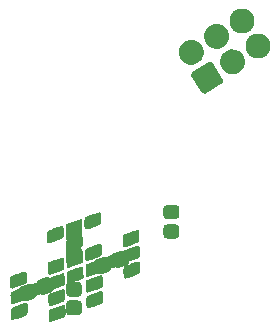
<source format=gbr>
%TF.GenerationSoftware,KiCad,Pcbnew,(5.1.10)-1*%
%TF.CreationDate,2021-10-13T15:42:42-04:00*%
%TF.ProjectId,TFTS-HTH-SAO-Scout-IS,54465453-2d48-4544-982d-53414f2d5363,rev?*%
%TF.SameCoordinates,Original*%
%TF.FileFunction,Soldermask,Bot*%
%TF.FilePolarity,Negative*%
%FSLAX46Y46*%
G04 Gerber Fmt 4.6, Leading zero omitted, Abs format (unit mm)*
G04 Created by KiCad (PCBNEW (5.1.10)-1) date 2021-10-13 15:42:42*
%MOMM*%
%LPD*%
G01*
G04 APERTURE LIST*
%ADD10C,0.010000*%
%ADD11C,2.127200*%
G04 APERTURE END LIST*
D10*
%TO.C,G\u002A\u002A\u002A*%
G36*
X146298727Y-102083514D02*
G01*
X146323882Y-102100283D01*
X146341061Y-102127255D01*
X146347082Y-102141719D01*
X146353809Y-102180098D01*
X146359603Y-102252634D01*
X146364069Y-102351158D01*
X146366811Y-102467498D01*
X146367500Y-102564128D01*
X146367500Y-102932832D01*
X146309292Y-102997708D01*
X146284731Y-103020279D01*
X146248706Y-103043865D01*
X146196474Y-103070520D01*
X146123292Y-103102298D01*
X146024417Y-103141251D01*
X145895107Y-103189433D01*
X145730617Y-103248898D01*
X145721917Y-103252013D01*
X145555767Y-103311310D01*
X145424728Y-103357431D01*
X145324132Y-103391684D01*
X145249310Y-103415373D01*
X145195593Y-103429806D01*
X145158314Y-103436289D01*
X145132803Y-103436128D01*
X145114392Y-103430628D01*
X145104116Y-103424870D01*
X145078989Y-103398682D01*
X145060195Y-103353135D01*
X145047024Y-103283333D01*
X145038767Y-103184379D01*
X145034715Y-103051380D01*
X145034000Y-102940680D01*
X145035262Y-102790745D01*
X145040163Y-102676968D01*
X145050371Y-102593218D01*
X145067556Y-102533365D01*
X145093390Y-102491280D01*
X145129541Y-102460831D01*
X145170653Y-102439050D01*
X145208270Y-102423877D01*
X145279466Y-102397020D01*
X145377873Y-102360807D01*
X145497126Y-102317570D01*
X145630857Y-102269637D01*
X145727340Y-102235363D01*
X145895209Y-102176587D01*
X146028001Y-102132108D01*
X146130231Y-102101244D01*
X146206418Y-102083311D01*
X146261077Y-102077629D01*
X146298727Y-102083514D01*
G37*
X146298727Y-102083514D02*
X146323882Y-102100283D01*
X146341061Y-102127255D01*
X146347082Y-102141719D01*
X146353809Y-102180098D01*
X146359603Y-102252634D01*
X146364069Y-102351158D01*
X146366811Y-102467498D01*
X146367500Y-102564128D01*
X146367500Y-102932832D01*
X146309292Y-102997708D01*
X146284731Y-103020279D01*
X146248706Y-103043865D01*
X146196474Y-103070520D01*
X146123292Y-103102298D01*
X146024417Y-103141251D01*
X145895107Y-103189433D01*
X145730617Y-103248898D01*
X145721917Y-103252013D01*
X145555767Y-103311310D01*
X145424728Y-103357431D01*
X145324132Y-103391684D01*
X145249310Y-103415373D01*
X145195593Y-103429806D01*
X145158314Y-103436289D01*
X145132803Y-103436128D01*
X145114392Y-103430628D01*
X145104116Y-103424870D01*
X145078989Y-103398682D01*
X145060195Y-103353135D01*
X145047024Y-103283333D01*
X145038767Y-103184379D01*
X145034715Y-103051380D01*
X145034000Y-102940680D01*
X145035262Y-102790745D01*
X145040163Y-102676968D01*
X145050371Y-102593218D01*
X145067556Y-102533365D01*
X145093390Y-102491280D01*
X145129541Y-102460831D01*
X145170653Y-102439050D01*
X145208270Y-102423877D01*
X145279466Y-102397020D01*
X145377873Y-102360807D01*
X145497126Y-102317570D01*
X145630857Y-102269637D01*
X145727340Y-102235363D01*
X145895209Y-102176587D01*
X146028001Y-102132108D01*
X146130231Y-102101244D01*
X146206418Y-102083311D01*
X146261077Y-102077629D01*
X146298727Y-102083514D01*
G36*
X144705071Y-102670586D02*
G01*
X144732905Y-102689453D01*
X144752855Y-102723904D01*
X144766013Y-102779035D01*
X144773470Y-102859940D01*
X144776318Y-102971716D01*
X144775651Y-103119458D01*
X144775092Y-103160613D01*
X144772912Y-103297226D01*
X144770398Y-103398010D01*
X144766681Y-103469466D01*
X144760888Y-103518096D01*
X144752149Y-103550400D01*
X144739591Y-103572880D01*
X144722344Y-103592037D01*
X144716500Y-103597744D01*
X144675571Y-103623906D01*
X144595061Y-103661793D01*
X144475945Y-103711002D01*
X144319201Y-103771129D01*
X144126310Y-103841590D01*
X143983691Y-103892505D01*
X143854123Y-103938369D01*
X143742943Y-103977324D01*
X143655488Y-104007514D01*
X143597096Y-104027080D01*
X143573103Y-104034165D01*
X143573030Y-104034167D01*
X143546707Y-104022085D01*
X143507053Y-103993747D01*
X143489257Y-103977831D01*
X143476145Y-103958865D01*
X143466861Y-103930462D01*
X143460548Y-103886235D01*
X143456350Y-103819796D01*
X143453409Y-103724757D01*
X143450870Y-103594731D01*
X143450472Y-103571914D01*
X143448927Y-103414324D01*
X143451182Y-103293277D01*
X143458328Y-103203069D01*
X143471456Y-103137997D01*
X143491657Y-103092356D01*
X143520023Y-103060444D01*
X143552364Y-103039317D01*
X143599811Y-103017853D01*
X143677529Y-102987180D01*
X143778928Y-102949526D01*
X143897423Y-102907115D01*
X144026426Y-102862174D01*
X144159350Y-102816929D01*
X144289607Y-102773606D01*
X144410609Y-102734432D01*
X144515770Y-102701633D01*
X144598503Y-102677435D01*
X144652219Y-102664063D01*
X144668259Y-102662207D01*
X144705071Y-102670586D01*
G37*
X144705071Y-102670586D02*
X144732905Y-102689453D01*
X144752855Y-102723904D01*
X144766013Y-102779035D01*
X144773470Y-102859940D01*
X144776318Y-102971716D01*
X144775651Y-103119458D01*
X144775092Y-103160613D01*
X144772912Y-103297226D01*
X144770398Y-103398010D01*
X144766681Y-103469466D01*
X144760888Y-103518096D01*
X144752149Y-103550400D01*
X144739591Y-103572880D01*
X144722344Y-103592037D01*
X144716500Y-103597744D01*
X144675571Y-103623906D01*
X144595061Y-103661793D01*
X144475945Y-103711002D01*
X144319201Y-103771129D01*
X144126310Y-103841590D01*
X143983691Y-103892505D01*
X143854123Y-103938369D01*
X143742943Y-103977324D01*
X143655488Y-104007514D01*
X143597096Y-104027080D01*
X143573103Y-104034165D01*
X143573030Y-104034167D01*
X143546707Y-104022085D01*
X143507053Y-103993747D01*
X143489257Y-103977831D01*
X143476145Y-103958865D01*
X143466861Y-103930462D01*
X143460548Y-103886235D01*
X143456350Y-103819796D01*
X143453409Y-103724757D01*
X143450870Y-103594731D01*
X143450472Y-103571914D01*
X143448927Y-103414324D01*
X143451182Y-103293277D01*
X143458328Y-103203069D01*
X143471456Y-103137997D01*
X143491657Y-103092356D01*
X143520023Y-103060444D01*
X143552364Y-103039317D01*
X143599811Y-103017853D01*
X143677529Y-102987180D01*
X143778928Y-102949526D01*
X143897423Y-102907115D01*
X144026426Y-102862174D01*
X144159350Y-102816929D01*
X144289607Y-102773606D01*
X144410609Y-102734432D01*
X144515770Y-102701633D01*
X144598503Y-102677435D01*
X144652219Y-102664063D01*
X144668259Y-102662207D01*
X144705071Y-102670586D01*
G36*
X143095593Y-103238110D02*
G01*
X143127854Y-103253167D01*
X143152383Y-103283328D01*
X143170129Y-103333513D01*
X143182039Y-103408641D01*
X143189061Y-103513634D01*
X143192141Y-103653412D01*
X143192500Y-103741303D01*
X143192500Y-104098289D01*
X143123709Y-104170231D01*
X143096964Y-104194643D01*
X143061871Y-104218595D01*
X143013329Y-104244309D01*
X142946236Y-104274005D01*
X142855488Y-104309905D01*
X142735986Y-104354231D01*
X142582625Y-104409204D01*
X142541088Y-104423920D01*
X142399436Y-104473357D01*
X142268828Y-104517680D01*
X142155208Y-104554970D01*
X142064522Y-104583312D01*
X142002714Y-104600787D01*
X141977471Y-104605667D01*
X141925662Y-104591466D01*
X141898634Y-104570727D01*
X141887405Y-104545652D01*
X141878666Y-104497651D01*
X141872034Y-104422089D01*
X141867130Y-104314330D01*
X141863569Y-104169740D01*
X141863027Y-104138560D01*
X141856470Y-103741333D01*
X141915943Y-103675756D01*
X141940752Y-103653081D01*
X141976870Y-103629406D01*
X142029022Y-103602679D01*
X142101935Y-103570851D01*
X142200335Y-103531869D01*
X142328948Y-103483684D01*
X142492499Y-103424243D01*
X142510333Y-103417826D01*
X142701711Y-103350137D01*
X142854799Y-103298503D01*
X142970380Y-103262683D01*
X143049237Y-103242437D01*
X143092151Y-103237524D01*
X143095593Y-103238110D01*
G37*
X143095593Y-103238110D02*
X143127854Y-103253167D01*
X143152383Y-103283328D01*
X143170129Y-103333513D01*
X143182039Y-103408641D01*
X143189061Y-103513634D01*
X143192141Y-103653412D01*
X143192500Y-103741303D01*
X143192500Y-104098289D01*
X143123709Y-104170231D01*
X143096964Y-104194643D01*
X143061871Y-104218595D01*
X143013329Y-104244309D01*
X142946236Y-104274005D01*
X142855488Y-104309905D01*
X142735986Y-104354231D01*
X142582625Y-104409204D01*
X142541088Y-104423920D01*
X142399436Y-104473357D01*
X142268828Y-104517680D01*
X142155208Y-104554970D01*
X142064522Y-104583312D01*
X142002714Y-104600787D01*
X141977471Y-104605667D01*
X141925662Y-104591466D01*
X141898634Y-104570727D01*
X141887405Y-104545652D01*
X141878666Y-104497651D01*
X141872034Y-104422089D01*
X141867130Y-104314330D01*
X141863569Y-104169740D01*
X141863027Y-104138560D01*
X141856470Y-103741333D01*
X141915943Y-103675756D01*
X141940752Y-103653081D01*
X141976870Y-103629406D01*
X142029022Y-103602679D01*
X142101935Y-103570851D01*
X142200335Y-103531869D01*
X142328948Y-103483684D01*
X142492499Y-103424243D01*
X142510333Y-103417826D01*
X142701711Y-103350137D01*
X142854799Y-103298503D01*
X142970380Y-103262683D01*
X143049237Y-103242437D01*
X143092151Y-103237524D01*
X143095593Y-103238110D01*
G36*
X149521616Y-103572185D02*
G01*
X149552316Y-103586570D01*
X149574627Y-103616650D01*
X149589845Y-103667421D01*
X149599267Y-103743879D01*
X149604191Y-103851020D01*
X149605913Y-103993838D01*
X149606000Y-104049126D01*
X149606000Y-104435666D01*
X149547792Y-104499055D01*
X149522382Y-104521501D01*
X149483998Y-104545597D01*
X149428028Y-104573320D01*
X149349864Y-104606647D01*
X149244895Y-104647555D01*
X149108511Y-104698020D01*
X148954692Y-104753388D01*
X148812220Y-104804012D01*
X148682672Y-104849594D01*
X148571433Y-104888275D01*
X148483885Y-104918197D01*
X148425414Y-104937503D01*
X148401412Y-104944334D01*
X148373169Y-104932179D01*
X148334195Y-104904795D01*
X148316743Y-104888889D01*
X148303833Y-104869328D01*
X148294583Y-104839717D01*
X148288114Y-104793666D01*
X148283544Y-104724781D01*
X148279992Y-104626670D01*
X148276579Y-104492941D01*
X148276398Y-104485312D01*
X148273926Y-104327116D01*
X148275644Y-104205456D01*
X148282626Y-104114645D01*
X148295946Y-104049001D01*
X148316677Y-104002840D01*
X148345894Y-103970476D01*
X148377539Y-103949926D01*
X148420421Y-103930758D01*
X148494455Y-103901641D01*
X148592983Y-103864875D01*
X148709349Y-103822761D01*
X148836895Y-103777600D01*
X148968964Y-103731693D01*
X149098899Y-103687339D01*
X149220043Y-103646840D01*
X149325739Y-103612497D01*
X149409330Y-103586609D01*
X149464158Y-103571478D01*
X149481231Y-103568500D01*
X149521616Y-103572185D01*
G37*
X149521616Y-103572185D02*
X149552316Y-103586570D01*
X149574627Y-103616650D01*
X149589845Y-103667421D01*
X149599267Y-103743879D01*
X149604191Y-103851020D01*
X149605913Y-103993838D01*
X149606000Y-104049126D01*
X149606000Y-104435666D01*
X149547792Y-104499055D01*
X149522382Y-104521501D01*
X149483998Y-104545597D01*
X149428028Y-104573320D01*
X149349864Y-104606647D01*
X149244895Y-104647555D01*
X149108511Y-104698020D01*
X148954692Y-104753388D01*
X148812220Y-104804012D01*
X148682672Y-104849594D01*
X148571433Y-104888275D01*
X148483885Y-104918197D01*
X148425414Y-104937503D01*
X148401412Y-104944334D01*
X148373169Y-104932179D01*
X148334195Y-104904795D01*
X148316743Y-104888889D01*
X148303833Y-104869328D01*
X148294583Y-104839717D01*
X148288114Y-104793666D01*
X148283544Y-104724781D01*
X148279992Y-104626670D01*
X148276579Y-104492941D01*
X148276398Y-104485312D01*
X148273926Y-104327116D01*
X148275644Y-104205456D01*
X148282626Y-104114645D01*
X148295946Y-104049001D01*
X148316677Y-104002840D01*
X148345894Y-103970476D01*
X148377539Y-103949926D01*
X148420421Y-103930758D01*
X148494455Y-103901641D01*
X148592983Y-103864875D01*
X148709349Y-103822761D01*
X148836895Y-103777600D01*
X148968964Y-103731693D01*
X149098899Y-103687339D01*
X149220043Y-103646840D01*
X149325739Y-103612497D01*
X149409330Y-103586609D01*
X149464158Y-103571478D01*
X149481231Y-103568500D01*
X149521616Y-103572185D01*
G36*
X144729484Y-103988791D02*
G01*
X144755041Y-104000838D01*
X144772951Y-104021694D01*
X144778234Y-104030867D01*
X144784734Y-104062805D01*
X144791085Y-104129699D01*
X144796836Y-104224171D01*
X144801537Y-104338846D01*
X144804670Y-104462719D01*
X144811750Y-104858405D01*
X144748250Y-104921304D01*
X144717677Y-104945493D01*
X144670079Y-104972685D01*
X144601015Y-105004774D01*
X144506045Y-105043654D01*
X144380729Y-105091216D01*
X144220625Y-105149354D01*
X144175799Y-105165352D01*
X143998008Y-105227855D01*
X143855553Y-105275848D01*
X143744334Y-105310224D01*
X143660256Y-105331875D01*
X143599220Y-105341691D01*
X143557129Y-105340565D01*
X143529885Y-105329388D01*
X143513599Y-105309459D01*
X143506527Y-105276794D01*
X143498913Y-105209579D01*
X143491399Y-105115581D01*
X143484627Y-105002568D01*
X143480299Y-104906894D01*
X143475631Y-104748171D01*
X143476349Y-104625827D01*
X143483638Y-104534118D01*
X143498681Y-104467301D01*
X143522662Y-104419630D01*
X143556764Y-104385362D01*
X143592229Y-104363685D01*
X143626864Y-104348912D01*
X143695338Y-104322238D01*
X143791597Y-104285928D01*
X143909589Y-104242245D01*
X144043260Y-104193453D01*
X144160132Y-104151288D01*
X144327355Y-104091813D01*
X144459564Y-104046480D01*
X144561320Y-104014399D01*
X144637185Y-103994684D01*
X144691719Y-103986444D01*
X144729484Y-103988791D01*
G37*
X144729484Y-103988791D02*
X144755041Y-104000838D01*
X144772951Y-104021694D01*
X144778234Y-104030867D01*
X144784734Y-104062805D01*
X144791085Y-104129699D01*
X144796836Y-104224171D01*
X144801537Y-104338846D01*
X144804670Y-104462719D01*
X144811750Y-104858405D01*
X144748250Y-104921304D01*
X144717677Y-104945493D01*
X144670079Y-104972685D01*
X144601015Y-105004774D01*
X144506045Y-105043654D01*
X144380729Y-105091216D01*
X144220625Y-105149354D01*
X144175799Y-105165352D01*
X143998008Y-105227855D01*
X143855553Y-105275848D01*
X143744334Y-105310224D01*
X143660256Y-105331875D01*
X143599220Y-105341691D01*
X143557129Y-105340565D01*
X143529885Y-105329388D01*
X143513599Y-105309459D01*
X143506527Y-105276794D01*
X143498913Y-105209579D01*
X143491399Y-105115581D01*
X143484627Y-105002568D01*
X143480299Y-104906894D01*
X143475631Y-104748171D01*
X143476349Y-104625827D01*
X143483638Y-104534118D01*
X143498681Y-104467301D01*
X143522662Y-104419630D01*
X143556764Y-104385362D01*
X143592229Y-104363685D01*
X143626864Y-104348912D01*
X143695338Y-104322238D01*
X143791597Y-104285928D01*
X143909589Y-104242245D01*
X144043260Y-104193453D01*
X144160132Y-104151288D01*
X144327355Y-104091813D01*
X144459564Y-104046480D01*
X144561320Y-104014399D01*
X144637185Y-103994684D01*
X144691719Y-103986444D01*
X144729484Y-103988791D01*
G36*
X146360936Y-104746078D02*
G01*
X146386784Y-104768431D01*
X146405504Y-104808225D01*
X146418175Y-104870538D01*
X146425878Y-104960446D01*
X146429691Y-105083030D01*
X146430688Y-105224458D01*
X146431000Y-105599832D01*
X146372792Y-105664617D01*
X146347995Y-105687308D01*
X146311428Y-105711142D01*
X146258358Y-105738180D01*
X146184051Y-105770479D01*
X146083774Y-105810098D01*
X145952792Y-105859096D01*
X145787982Y-105918951D01*
X145621471Y-105978668D01*
X145490025Y-106025074D01*
X145388976Y-106059471D01*
X145313657Y-106083159D01*
X145259401Y-106097438D01*
X145221542Y-106103611D01*
X145195411Y-106102977D01*
X145176342Y-106096839D01*
X145167616Y-106091870D01*
X145142794Y-106066213D01*
X145124161Y-106021769D01*
X145111020Y-105953631D01*
X145102673Y-105856892D01*
X145098421Y-105726646D01*
X145097500Y-105598811D01*
X145097500Y-105240045D01*
X145166292Y-105168611D01*
X145193086Y-105144409D01*
X145228554Y-105120481D01*
X145277738Y-105094639D01*
X145345682Y-105064698D01*
X145437429Y-105028472D01*
X145558024Y-104983774D01*
X145712509Y-104928419D01*
X145755911Y-104913050D01*
X145898469Y-104863580D01*
X146030017Y-104819688D01*
X146144662Y-104783201D01*
X146236513Y-104755944D01*
X146299676Y-104739743D01*
X146326881Y-104736087D01*
X146360936Y-104746078D01*
G37*
X146360936Y-104746078D02*
X146386784Y-104768431D01*
X146405504Y-104808225D01*
X146418175Y-104870538D01*
X146425878Y-104960446D01*
X146429691Y-105083030D01*
X146430688Y-105224458D01*
X146431000Y-105599832D01*
X146372792Y-105664617D01*
X146347995Y-105687308D01*
X146311428Y-105711142D01*
X146258358Y-105738180D01*
X146184051Y-105770479D01*
X146083774Y-105810098D01*
X145952792Y-105859096D01*
X145787982Y-105918951D01*
X145621471Y-105978668D01*
X145490025Y-106025074D01*
X145388976Y-106059471D01*
X145313657Y-106083159D01*
X145259401Y-106097438D01*
X145221542Y-106103611D01*
X145195411Y-106102977D01*
X145176342Y-106096839D01*
X145167616Y-106091870D01*
X145142794Y-106066213D01*
X145124161Y-106021769D01*
X145111020Y-105953631D01*
X145102673Y-105856892D01*
X145098421Y-105726646D01*
X145097500Y-105598811D01*
X145097500Y-105240045D01*
X145166292Y-105168611D01*
X145193086Y-105144409D01*
X145228554Y-105120481D01*
X145277738Y-105094639D01*
X145345682Y-105064698D01*
X145437429Y-105028472D01*
X145558024Y-104983774D01*
X145712509Y-104928419D01*
X145755911Y-104913050D01*
X145898469Y-104863580D01*
X146030017Y-104819688D01*
X146144662Y-104783201D01*
X146236513Y-104755944D01*
X146299676Y-104739743D01*
X146326881Y-104736087D01*
X146360936Y-104746078D01*
G36*
X149567983Y-104910293D02*
G01*
X149602328Y-104929325D01*
X149610786Y-104959199D01*
X149619477Y-105024807D01*
X149627797Y-105119559D01*
X149635141Y-105236864D01*
X149639707Y-105337253D01*
X149644622Y-105494524D01*
X149644845Y-105615464D01*
X149639146Y-105705936D01*
X149626297Y-105771800D01*
X149605071Y-105818918D01*
X149574237Y-105853150D01*
X149532567Y-105880358D01*
X149525031Y-105884338D01*
X149488711Y-105900062D01*
X149420895Y-105926634D01*
X149328043Y-105961731D01*
X149216614Y-106003030D01*
X149093065Y-106048206D01*
X148963856Y-106094935D01*
X148835445Y-106140896D01*
X148714292Y-106183763D01*
X148606854Y-106221214D01*
X148519590Y-106250924D01*
X148458960Y-106270571D01*
X148431421Y-106277831D01*
X148431254Y-106277834D01*
X148396811Y-106266288D01*
X148366504Y-106247842D01*
X148351582Y-106233526D01*
X148340329Y-106211295D01*
X148331930Y-106174941D01*
X148325570Y-106118252D01*
X148320433Y-106035021D01*
X148315706Y-105919035D01*
X148313029Y-105840384D01*
X148308963Y-105685081D01*
X148308875Y-105565830D01*
X148313659Y-105476463D01*
X148324211Y-105410813D01*
X148341427Y-105362710D01*
X148366202Y-105325986D01*
X148391287Y-105301327D01*
X148424473Y-105282910D01*
X148491174Y-105253803D01*
X148584647Y-105216404D01*
X148698147Y-105173112D01*
X148824930Y-105126324D01*
X148958252Y-105078438D01*
X149091369Y-105031853D01*
X149217536Y-104988965D01*
X149330011Y-104952174D01*
X149422048Y-104923877D01*
X149486904Y-104906472D01*
X149514370Y-104902000D01*
X149567983Y-104910293D01*
G37*
X149567983Y-104910293D02*
X149602328Y-104929325D01*
X149610786Y-104959199D01*
X149619477Y-105024807D01*
X149627797Y-105119559D01*
X149635141Y-105236864D01*
X149639707Y-105337253D01*
X149644622Y-105494524D01*
X149644845Y-105615464D01*
X149639146Y-105705936D01*
X149626297Y-105771800D01*
X149605071Y-105818918D01*
X149574237Y-105853150D01*
X149532567Y-105880358D01*
X149525031Y-105884338D01*
X149488711Y-105900062D01*
X149420895Y-105926634D01*
X149328043Y-105961731D01*
X149216614Y-106003030D01*
X149093065Y-106048206D01*
X148963856Y-106094935D01*
X148835445Y-106140896D01*
X148714292Y-106183763D01*
X148606854Y-106221214D01*
X148519590Y-106250924D01*
X148458960Y-106270571D01*
X148431421Y-106277831D01*
X148431254Y-106277834D01*
X148396811Y-106266288D01*
X148366504Y-106247842D01*
X148351582Y-106233526D01*
X148340329Y-106211295D01*
X148331930Y-106174941D01*
X148325570Y-106118252D01*
X148320433Y-106035021D01*
X148315706Y-105919035D01*
X148313029Y-105840384D01*
X148308963Y-105685081D01*
X148308875Y-105565830D01*
X148313659Y-105476463D01*
X148324211Y-105410813D01*
X148341427Y-105362710D01*
X148366202Y-105325986D01*
X148391287Y-105301327D01*
X148424473Y-105282910D01*
X148491174Y-105253803D01*
X148584647Y-105216404D01*
X148698147Y-105173112D01*
X148824930Y-105126324D01*
X148958252Y-105078438D01*
X149091369Y-105031853D01*
X149217536Y-104988965D01*
X149330011Y-104952174D01*
X149422048Y-104923877D01*
X149486904Y-104906472D01*
X149514370Y-104902000D01*
X149567983Y-104910293D01*
G36*
X144755808Y-105318366D02*
G01*
X144786132Y-105342644D01*
X144808666Y-105376327D01*
X144824511Y-105425451D01*
X144834768Y-105496053D01*
X144840539Y-105594172D01*
X144842925Y-105725843D01*
X144843188Y-105797343D01*
X144842014Y-105949976D01*
X144837330Y-106066260D01*
X144827851Y-106152120D01*
X144812289Y-106213482D01*
X144789359Y-106256270D01*
X144757775Y-106286411D01*
X144733843Y-106301047D01*
X144690549Y-106320424D01*
X144616172Y-106349698D01*
X144517401Y-106386558D01*
X144400920Y-106428697D01*
X144273418Y-106473805D01*
X144141581Y-106519574D01*
X144012095Y-106563694D01*
X143891647Y-106603858D01*
X143786924Y-106637756D01*
X143704612Y-106663080D01*
X143651399Y-106677520D01*
X143636317Y-106680000D01*
X143582396Y-106667751D01*
X143549634Y-106645060D01*
X143538384Y-106619931D01*
X143529633Y-106571829D01*
X143522998Y-106496114D01*
X143518097Y-106388150D01*
X143514544Y-106243300D01*
X143514040Y-106214255D01*
X143511882Y-106075780D01*
X143511089Y-105973085D01*
X143512321Y-105899622D01*
X143516241Y-105848842D01*
X143523507Y-105814198D01*
X143534782Y-105789143D01*
X143550727Y-105767128D01*
X143560327Y-105755605D01*
X143582451Y-105734301D01*
X143615846Y-105711894D01*
X143665091Y-105686417D01*
X143734765Y-105655900D01*
X143829448Y-105618375D01*
X143953718Y-105571873D01*
X144112156Y-105514425D01*
X144167095Y-105494740D01*
X144341344Y-105433032D01*
X144479714Y-105385497D01*
X144585814Y-105351054D01*
X144663255Y-105328620D01*
X144715644Y-105317115D01*
X144746594Y-105315457D01*
X144755808Y-105318366D01*
G37*
X144755808Y-105318366D02*
X144786132Y-105342644D01*
X144808666Y-105376327D01*
X144824511Y-105425451D01*
X144834768Y-105496053D01*
X144840539Y-105594172D01*
X144842925Y-105725843D01*
X144843188Y-105797343D01*
X144842014Y-105949976D01*
X144837330Y-106066260D01*
X144827851Y-106152120D01*
X144812289Y-106213482D01*
X144789359Y-106256270D01*
X144757775Y-106286411D01*
X144733843Y-106301047D01*
X144690549Y-106320424D01*
X144616172Y-106349698D01*
X144517401Y-106386558D01*
X144400920Y-106428697D01*
X144273418Y-106473805D01*
X144141581Y-106519574D01*
X144012095Y-106563694D01*
X143891647Y-106603858D01*
X143786924Y-106637756D01*
X143704612Y-106663080D01*
X143651399Y-106677520D01*
X143636317Y-106680000D01*
X143582396Y-106667751D01*
X143549634Y-106645060D01*
X143538384Y-106619931D01*
X143529633Y-106571829D01*
X143522998Y-106496114D01*
X143518097Y-106388150D01*
X143514544Y-106243300D01*
X143514040Y-106214255D01*
X143511882Y-106075780D01*
X143511089Y-105973085D01*
X143512321Y-105899622D01*
X143516241Y-105848842D01*
X143523507Y-105814198D01*
X143534782Y-105789143D01*
X143550727Y-105767128D01*
X143560327Y-105755605D01*
X143582451Y-105734301D01*
X143615846Y-105711894D01*
X143665091Y-105686417D01*
X143734765Y-105655900D01*
X143829448Y-105618375D01*
X143953718Y-105571873D01*
X144112156Y-105514425D01*
X144167095Y-105494740D01*
X144341344Y-105433032D01*
X144479714Y-105385497D01*
X144585814Y-105351054D01*
X144663255Y-105328620D01*
X144715644Y-105317115D01*
X144746594Y-105315457D01*
X144755808Y-105318366D01*
G36*
X147974951Y-105488332D02*
G01*
X148004479Y-105512035D01*
X148016980Y-105531624D01*
X148026425Y-105562917D01*
X148033349Y-105611797D01*
X148038286Y-105684149D01*
X148041771Y-105785857D01*
X148044339Y-105922804D01*
X148044801Y-105955839D01*
X148050250Y-106361109D01*
X147986750Y-106422960D01*
X147955130Y-106447239D01*
X147904772Y-106475177D01*
X147831453Y-106508559D01*
X147730948Y-106549173D01*
X147599032Y-106598803D01*
X147431482Y-106659237D01*
X147409421Y-106667072D01*
X147267656Y-106716661D01*
X147136796Y-106761118D01*
X147022815Y-106798518D01*
X146931682Y-106826938D01*
X146869370Y-106844454D01*
X146843701Y-106849334D01*
X146789317Y-106830572D01*
X146761918Y-106801709D01*
X146749157Y-106766648D01*
X146738921Y-106703850D01*
X146730808Y-106609210D01*
X146724415Y-106478623D01*
X146721472Y-106389492D01*
X146718250Y-106236195D01*
X146719496Y-106119001D01*
X146726513Y-106031800D01*
X146740604Y-105968481D01*
X146763074Y-105922932D01*
X146795227Y-105889044D01*
X146833745Y-105863334D01*
X146870561Y-105846488D01*
X146939275Y-105819012D01*
X147033305Y-105783240D01*
X147146068Y-105741511D01*
X147270985Y-105696161D01*
X147401472Y-105649527D01*
X147530949Y-105603945D01*
X147652834Y-105561753D01*
X147760546Y-105525288D01*
X147847502Y-105496886D01*
X147907122Y-105478884D01*
X147931677Y-105473500D01*
X147974951Y-105488332D01*
G37*
X147974951Y-105488332D02*
X148004479Y-105512035D01*
X148016980Y-105531624D01*
X148026425Y-105562917D01*
X148033349Y-105611797D01*
X148038286Y-105684149D01*
X148041771Y-105785857D01*
X148044339Y-105922804D01*
X148044801Y-105955839D01*
X148050250Y-106361109D01*
X147986750Y-106422960D01*
X147955130Y-106447239D01*
X147904772Y-106475177D01*
X147831453Y-106508559D01*
X147730948Y-106549173D01*
X147599032Y-106598803D01*
X147431482Y-106659237D01*
X147409421Y-106667072D01*
X147267656Y-106716661D01*
X147136796Y-106761118D01*
X147022815Y-106798518D01*
X146931682Y-106826938D01*
X146869370Y-106844454D01*
X146843701Y-106849334D01*
X146789317Y-106830572D01*
X146761918Y-106801709D01*
X146749157Y-106766648D01*
X146738921Y-106703850D01*
X146730808Y-106609210D01*
X146724415Y-106478623D01*
X146721472Y-106389492D01*
X146718250Y-106236195D01*
X146719496Y-106119001D01*
X146726513Y-106031800D01*
X146740604Y-105968481D01*
X146763074Y-105922932D01*
X146795227Y-105889044D01*
X146833745Y-105863334D01*
X146870561Y-105846488D01*
X146939275Y-105819012D01*
X147033305Y-105783240D01*
X147146068Y-105741511D01*
X147270985Y-105696161D01*
X147401472Y-105649527D01*
X147530949Y-105603945D01*
X147652834Y-105561753D01*
X147760546Y-105525288D01*
X147847502Y-105496886D01*
X147907122Y-105478884D01*
X147931677Y-105473500D01*
X147974951Y-105488332D01*
G36*
X143170097Y-105899809D02*
G01*
X143197541Y-105912157D01*
X143217668Y-105939009D01*
X143231778Y-105985495D01*
X143241172Y-106056746D01*
X143247150Y-106157895D01*
X143251014Y-106294072D01*
X143252329Y-106363551D01*
X143259242Y-106760371D01*
X143199413Y-106827165D01*
X143174839Y-106850158D01*
X143139827Y-106873735D01*
X143089542Y-106900013D01*
X143019151Y-106931109D01*
X142923817Y-106969141D01*
X142798708Y-107016226D01*
X142638986Y-107074480D01*
X142614517Y-107083313D01*
X142472302Y-107134108D01*
X142341883Y-107179754D01*
X142228937Y-107218341D01*
X142139140Y-107247957D01*
X142078166Y-107266689D01*
X142052354Y-107272667D01*
X142006117Y-107260586D01*
X141974171Y-107242655D01*
X141959457Y-107228798D01*
X141948505Y-107207710D01*
X141940601Y-107173229D01*
X141935029Y-107119195D01*
X141931074Y-107039445D01*
X141928022Y-106927817D01*
X141926049Y-106827914D01*
X141924188Y-106670684D01*
X141925730Y-106549929D01*
X141931633Y-106459862D01*
X141942856Y-106394698D01*
X141960355Y-106348647D01*
X141985089Y-106315924D01*
X142014599Y-106292910D01*
X142051229Y-106275104D01*
X142120298Y-106246712D01*
X142215174Y-106210082D01*
X142329222Y-106167560D01*
X142455808Y-106121495D01*
X142588297Y-106074233D01*
X142720057Y-106028122D01*
X142844453Y-105985508D01*
X142954851Y-105948739D01*
X143044617Y-105920163D01*
X143107116Y-105902126D01*
X143134035Y-105896834D01*
X143170097Y-105899809D01*
G37*
X143170097Y-105899809D02*
X143197541Y-105912157D01*
X143217668Y-105939009D01*
X143231778Y-105985495D01*
X143241172Y-106056746D01*
X143247150Y-106157895D01*
X143251014Y-106294072D01*
X143252329Y-106363551D01*
X143259242Y-106760371D01*
X143199413Y-106827165D01*
X143174839Y-106850158D01*
X143139827Y-106873735D01*
X143089542Y-106900013D01*
X143019151Y-106931109D01*
X142923817Y-106969141D01*
X142798708Y-107016226D01*
X142638986Y-107074480D01*
X142614517Y-107083313D01*
X142472302Y-107134108D01*
X142341883Y-107179754D01*
X142228937Y-107218341D01*
X142139140Y-107247957D01*
X142078166Y-107266689D01*
X142052354Y-107272667D01*
X142006117Y-107260586D01*
X141974171Y-107242655D01*
X141959457Y-107228798D01*
X141948505Y-107207710D01*
X141940601Y-107173229D01*
X141935029Y-107119195D01*
X141931074Y-107039445D01*
X141928022Y-106927817D01*
X141926049Y-106827914D01*
X141924188Y-106670684D01*
X141925730Y-106549929D01*
X141931633Y-106459862D01*
X141942856Y-106394698D01*
X141960355Y-106348647D01*
X141985089Y-106315924D01*
X142014599Y-106292910D01*
X142051229Y-106275104D01*
X142120298Y-106246712D01*
X142215174Y-106210082D01*
X142329222Y-106167560D01*
X142455808Y-106121495D01*
X142588297Y-106074233D01*
X142720057Y-106028122D01*
X142844453Y-105985508D01*
X142954851Y-105948739D01*
X143044617Y-105920163D01*
X143107116Y-105902126D01*
X143134035Y-105896834D01*
X143170097Y-105899809D01*
G36*
X146378665Y-106070673D02*
G01*
X146404587Y-106087598D01*
X146424027Y-106122050D01*
X146438339Y-106179137D01*
X146448875Y-106263969D01*
X146456987Y-106381653D01*
X146463027Y-106512326D01*
X146468150Y-106666986D01*
X146468521Y-106785542D01*
X146462992Y-106874068D01*
X146450414Y-106938641D01*
X146429637Y-106985336D01*
X146399512Y-107020227D01*
X146361768Y-107047615D01*
X146325913Y-107064611D01*
X146257724Y-107092281D01*
X146163795Y-107128290D01*
X146050721Y-107170300D01*
X145925095Y-107215974D01*
X145793510Y-107262974D01*
X145662562Y-107308964D01*
X145538844Y-107351606D01*
X145428949Y-107388562D01*
X145339472Y-107417496D01*
X145277006Y-107436070D01*
X145249112Y-107442000D01*
X145204591Y-107425255D01*
X145174500Y-107394375D01*
X145161531Y-107358183D01*
X145151049Y-107292870D01*
X145142668Y-107194605D01*
X145136001Y-107059555D01*
X145133493Y-106986891D01*
X145129953Y-106833576D01*
X145130719Y-106716323D01*
X145136684Y-106628995D01*
X145148743Y-106565460D01*
X145167789Y-106519581D01*
X145194714Y-106485226D01*
X145208355Y-106472950D01*
X145237034Y-106458473D01*
X145299304Y-106432721D01*
X145388670Y-106398020D01*
X145498633Y-106356695D01*
X145622697Y-106311071D01*
X145754364Y-106263474D01*
X145887137Y-106216229D01*
X146014520Y-106171661D01*
X146130014Y-106132097D01*
X146227123Y-106099861D01*
X146299349Y-106077278D01*
X146340196Y-106066675D01*
X146344910Y-106066167D01*
X146378665Y-106070673D01*
G37*
X146378665Y-106070673D02*
X146404587Y-106087598D01*
X146424027Y-106122050D01*
X146438339Y-106179137D01*
X146448875Y-106263969D01*
X146456987Y-106381653D01*
X146463027Y-106512326D01*
X146468150Y-106666986D01*
X146468521Y-106785542D01*
X146462992Y-106874068D01*
X146450414Y-106938641D01*
X146429637Y-106985336D01*
X146399512Y-107020227D01*
X146361768Y-107047615D01*
X146325913Y-107064611D01*
X146257724Y-107092281D01*
X146163795Y-107128290D01*
X146050721Y-107170300D01*
X145925095Y-107215974D01*
X145793510Y-107262974D01*
X145662562Y-107308964D01*
X145538844Y-107351606D01*
X145428949Y-107388562D01*
X145339472Y-107417496D01*
X145277006Y-107436070D01*
X145249112Y-107442000D01*
X145204591Y-107425255D01*
X145174500Y-107394375D01*
X145161531Y-107358183D01*
X145151049Y-107292870D01*
X145142668Y-107194605D01*
X145136001Y-107059555D01*
X145133493Y-106986891D01*
X145129953Y-106833576D01*
X145130719Y-106716323D01*
X145136684Y-106628995D01*
X145148743Y-106565460D01*
X145167789Y-106519581D01*
X145194714Y-106485226D01*
X145208355Y-106472950D01*
X145237034Y-106458473D01*
X145299304Y-106432721D01*
X145388670Y-106398020D01*
X145498633Y-106356695D01*
X145622697Y-106311071D01*
X145754364Y-106263474D01*
X145887137Y-106216229D01*
X146014520Y-106171661D01*
X146130014Y-106132097D01*
X146227123Y-106099861D01*
X146299349Y-106077278D01*
X146340196Y-106066675D01*
X146344910Y-106066167D01*
X146378665Y-106070673D01*
G36*
X149583951Y-106239075D02*
G01*
X149615048Y-106253135D01*
X149637646Y-106282688D01*
X149653063Y-106332737D01*
X149662616Y-106408289D01*
X149667622Y-106514348D01*
X149669398Y-106655921D01*
X149669500Y-106716126D01*
X149669500Y-107102666D01*
X149611292Y-107166610D01*
X149586358Y-107189000D01*
X149549206Y-107212725D01*
X149495169Y-107239787D01*
X149419582Y-107272187D01*
X149317779Y-107311926D01*
X149185094Y-107361004D01*
X149018206Y-107420944D01*
X148875713Y-107471429D01*
X148746148Y-107516885D01*
X148634898Y-107555457D01*
X148547351Y-107585291D01*
X148488893Y-107604535D01*
X148464926Y-107611334D01*
X148436513Y-107599190D01*
X148399267Y-107573068D01*
X148382345Y-107557273D01*
X148369758Y-107537034D01*
X148360619Y-107505986D01*
X148354046Y-107457760D01*
X148349154Y-107385990D01*
X148345058Y-107284309D01*
X148341101Y-107154299D01*
X148337591Y-107013938D01*
X148336496Y-106909088D01*
X148338181Y-106832979D01*
X148343007Y-106778839D01*
X148351336Y-106739896D01*
X148363531Y-106709379D01*
X148365065Y-106706359D01*
X148399933Y-106654284D01*
X148437522Y-106618904D01*
X148440114Y-106617420D01*
X148483507Y-106597968D01*
X148557969Y-106568590D01*
X148656838Y-106531594D01*
X148773450Y-106489287D01*
X148901141Y-106443976D01*
X149033247Y-106397970D01*
X149163105Y-106353575D01*
X149284050Y-106313100D01*
X149389420Y-106278851D01*
X149472549Y-106253137D01*
X149526775Y-106238265D01*
X149543040Y-106235500D01*
X149583951Y-106239075D01*
G37*
X149583951Y-106239075D02*
X149615048Y-106253135D01*
X149637646Y-106282688D01*
X149653063Y-106332737D01*
X149662616Y-106408289D01*
X149667622Y-106514348D01*
X149669398Y-106655921D01*
X149669500Y-106716126D01*
X149669500Y-107102666D01*
X149611292Y-107166610D01*
X149586358Y-107189000D01*
X149549206Y-107212725D01*
X149495169Y-107239787D01*
X149419582Y-107272187D01*
X149317779Y-107311926D01*
X149185094Y-107361004D01*
X149018206Y-107420944D01*
X148875713Y-107471429D01*
X148746148Y-107516885D01*
X148634898Y-107555457D01*
X148547351Y-107585291D01*
X148488893Y-107604535D01*
X148464926Y-107611334D01*
X148436513Y-107599190D01*
X148399267Y-107573068D01*
X148382345Y-107557273D01*
X148369758Y-107537034D01*
X148360619Y-107505986D01*
X148354046Y-107457760D01*
X148349154Y-107385990D01*
X148345058Y-107284309D01*
X148341101Y-107154299D01*
X148337591Y-107013938D01*
X148336496Y-106909088D01*
X148338181Y-106832979D01*
X148343007Y-106778839D01*
X148351336Y-106739896D01*
X148363531Y-106709379D01*
X148365065Y-106706359D01*
X148399933Y-106654284D01*
X148437522Y-106618904D01*
X148440114Y-106617420D01*
X148483507Y-106597968D01*
X148557969Y-106568590D01*
X148656838Y-106531594D01*
X148773450Y-106489287D01*
X148901141Y-106443976D01*
X149033247Y-106397970D01*
X149163105Y-106353575D01*
X149284050Y-106313100D01*
X149389420Y-106278851D01*
X149472549Y-106253137D01*
X149526775Y-106238265D01*
X149543040Y-106235500D01*
X149583951Y-106239075D01*
G36*
X144816068Y-106672411D02*
G01*
X144841451Y-106697337D01*
X144848334Y-106730064D01*
X144854972Y-106797681D01*
X144860896Y-106892746D01*
X144865639Y-107007815D01*
X144868654Y-107130584D01*
X144875250Y-107525327D01*
X144811750Y-107588500D01*
X144781241Y-107612789D01*
X144733893Y-107640015D01*
X144665234Y-107672095D01*
X144570791Y-107710944D01*
X144446090Y-107758481D01*
X144286658Y-107816621D01*
X144242111Y-107832587D01*
X144063604Y-107895540D01*
X143920395Y-107943791D01*
X143808423Y-107978216D01*
X143723625Y-107999693D01*
X143661938Y-108009101D01*
X143619300Y-108007318D01*
X143591648Y-107995220D01*
X143576334Y-107976459D01*
X143569675Y-107944239D01*
X143563155Y-107877078D01*
X143557238Y-107782364D01*
X143552389Y-107667489D01*
X143549131Y-107543121D01*
X143541750Y-107146826D01*
X143605250Y-107083824D01*
X143635335Y-107059884D01*
X143681816Y-107033193D01*
X143749186Y-107001847D01*
X143841938Y-106963942D01*
X143964566Y-106917572D01*
X144121562Y-106860832D01*
X144180772Y-106839828D01*
X144323111Y-106790377D01*
X144455312Y-106746076D01*
X144571214Y-106708861D01*
X144664658Y-106680668D01*
X144729481Y-106663433D01*
X144756819Y-106658834D01*
X144816068Y-106672411D01*
G37*
X144816068Y-106672411D02*
X144841451Y-106697337D01*
X144848334Y-106730064D01*
X144854972Y-106797681D01*
X144860896Y-106892746D01*
X144865639Y-107007815D01*
X144868654Y-107130584D01*
X144875250Y-107525327D01*
X144811750Y-107588500D01*
X144781241Y-107612789D01*
X144733893Y-107640015D01*
X144665234Y-107672095D01*
X144570791Y-107710944D01*
X144446090Y-107758481D01*
X144286658Y-107816621D01*
X144242111Y-107832587D01*
X144063604Y-107895540D01*
X143920395Y-107943791D01*
X143808423Y-107978216D01*
X143723625Y-107999693D01*
X143661938Y-108009101D01*
X143619300Y-108007318D01*
X143591648Y-107995220D01*
X143576334Y-107976459D01*
X143569675Y-107944239D01*
X143563155Y-107877078D01*
X143557238Y-107782364D01*
X143552389Y-107667489D01*
X143549131Y-107543121D01*
X143541750Y-107146826D01*
X143605250Y-107083824D01*
X143635335Y-107059884D01*
X143681816Y-107033193D01*
X143749186Y-107001847D01*
X143841938Y-106963942D01*
X143964566Y-106917572D01*
X144121562Y-106860832D01*
X144180772Y-106839828D01*
X144323111Y-106790377D01*
X144455312Y-106746076D01*
X144571214Y-106708861D01*
X144664658Y-106680668D01*
X144729481Y-106663433D01*
X144756819Y-106658834D01*
X144816068Y-106672411D01*
G36*
X139996174Y-107091782D02*
G01*
X140037705Y-107120041D01*
X140062926Y-107173184D01*
X140075855Y-107253260D01*
X140080509Y-107362317D01*
X140080906Y-107502403D01*
X140080767Y-107597484D01*
X140079267Y-107741249D01*
X140073259Y-107849246D01*
X140060849Y-107927963D01*
X140040141Y-107983886D01*
X140009239Y-108023500D01*
X139966249Y-108053292D01*
X139944347Y-108064335D01*
X139889186Y-108087829D01*
X139805433Y-108120367D01*
X139699798Y-108159625D01*
X139578992Y-108203277D01*
X139449726Y-108248999D01*
X139318711Y-108294466D01*
X139192657Y-108337352D01*
X139078276Y-108375333D01*
X138982277Y-108406084D01*
X138911373Y-108427281D01*
X138872274Y-108436598D01*
X138869125Y-108436834D01*
X138809401Y-108417828D01*
X138780450Y-108389790D01*
X138768271Y-108365125D01*
X138759384Y-108327010D01*
X138753327Y-108269395D01*
X138749640Y-108186230D01*
X138747860Y-108071463D01*
X138747500Y-107957498D01*
X138747679Y-107820908D01*
X138748737Y-107719973D01*
X138751455Y-107648014D01*
X138756615Y-107598352D01*
X138764999Y-107564308D01*
X138777387Y-107539203D01*
X138794561Y-107516359D01*
X138799857Y-107510026D01*
X138822002Y-107488801D01*
X138855644Y-107466420D01*
X138905367Y-107440925D01*
X138975754Y-107410355D01*
X139071385Y-107372753D01*
X139196845Y-107326158D01*
X139356715Y-107268612D01*
X139403241Y-107252055D01*
X139586590Y-107186620D01*
X139733540Y-107135826D01*
X139848109Y-107101723D01*
X139934314Y-107086359D01*
X139996174Y-107091782D01*
G37*
X139996174Y-107091782D02*
X140037705Y-107120041D01*
X140062926Y-107173184D01*
X140075855Y-107253260D01*
X140080509Y-107362317D01*
X140080906Y-107502403D01*
X140080767Y-107597484D01*
X140079267Y-107741249D01*
X140073259Y-107849246D01*
X140060849Y-107927963D01*
X140040141Y-107983886D01*
X140009239Y-108023500D01*
X139966249Y-108053292D01*
X139944347Y-108064335D01*
X139889186Y-108087829D01*
X139805433Y-108120367D01*
X139699798Y-108159625D01*
X139578992Y-108203277D01*
X139449726Y-108248999D01*
X139318711Y-108294466D01*
X139192657Y-108337352D01*
X139078276Y-108375333D01*
X138982277Y-108406084D01*
X138911373Y-108427281D01*
X138872274Y-108436598D01*
X138869125Y-108436834D01*
X138809401Y-108417828D01*
X138780450Y-108389790D01*
X138768271Y-108365125D01*
X138759384Y-108327010D01*
X138753327Y-108269395D01*
X138749640Y-108186230D01*
X138747860Y-108071463D01*
X138747500Y-107957498D01*
X138747679Y-107820908D01*
X138748737Y-107719973D01*
X138751455Y-107648014D01*
X138756615Y-107598352D01*
X138764999Y-107564308D01*
X138777387Y-107539203D01*
X138794561Y-107516359D01*
X138799857Y-107510026D01*
X138822002Y-107488801D01*
X138855644Y-107466420D01*
X138905367Y-107440925D01*
X138975754Y-107410355D01*
X139071385Y-107372753D01*
X139196845Y-107326158D01*
X139356715Y-107268612D01*
X139403241Y-107252055D01*
X139586590Y-107186620D01*
X139733540Y-107135826D01*
X139848109Y-107101723D01*
X139934314Y-107086359D01*
X139996174Y-107091782D01*
G36*
X143201136Y-107234717D02*
G01*
X143227754Y-107251313D01*
X143247562Y-107285293D01*
X143261967Y-107341826D01*
X143272381Y-107426082D01*
X143280212Y-107543233D01*
X143285733Y-107668442D01*
X143290435Y-107826559D01*
X143290050Y-107948411D01*
X143283530Y-108039873D01*
X143269826Y-108106821D01*
X143247892Y-108155128D01*
X143216679Y-108190671D01*
X143188976Y-108210958D01*
X143153884Y-108227711D01*
X143086329Y-108255209D01*
X142992903Y-108291113D01*
X142880198Y-108333079D01*
X142754807Y-108378768D01*
X142623320Y-108425838D01*
X142492329Y-108471947D01*
X142368427Y-108514754D01*
X142258206Y-108551918D01*
X142168256Y-108581098D01*
X142105170Y-108599951D01*
X142076282Y-108606167D01*
X142029716Y-108590985D01*
X142002668Y-108569125D01*
X141989794Y-108544667D01*
X141979508Y-108500708D01*
X141971188Y-108431801D01*
X141964214Y-108332498D01*
X141957965Y-108197353D01*
X141956798Y-108166892D01*
X141952277Y-108010830D01*
X141952449Y-107890889D01*
X141958177Y-107801029D01*
X141970324Y-107735212D01*
X141989751Y-107687398D01*
X142017321Y-107651548D01*
X142032336Y-107637941D01*
X142061366Y-107623159D01*
X142123959Y-107597087D01*
X142213599Y-107562068D01*
X142323769Y-107520443D01*
X142447956Y-107474556D01*
X142579641Y-107426746D01*
X142712311Y-107379358D01*
X142839448Y-107334733D01*
X142954538Y-107295213D01*
X143051063Y-107263141D01*
X143122510Y-107240858D01*
X143162361Y-107230706D01*
X143166298Y-107230334D01*
X143201136Y-107234717D01*
G37*
X143201136Y-107234717D02*
X143227754Y-107251313D01*
X143247562Y-107285293D01*
X143261967Y-107341826D01*
X143272381Y-107426082D01*
X143280212Y-107543233D01*
X143285733Y-107668442D01*
X143290435Y-107826559D01*
X143290050Y-107948411D01*
X143283530Y-108039873D01*
X143269826Y-108106821D01*
X143247892Y-108155128D01*
X143216679Y-108190671D01*
X143188976Y-108210958D01*
X143153884Y-108227711D01*
X143086329Y-108255209D01*
X142992903Y-108291113D01*
X142880198Y-108333079D01*
X142754807Y-108378768D01*
X142623320Y-108425838D01*
X142492329Y-108471947D01*
X142368427Y-108514754D01*
X142258206Y-108551918D01*
X142168256Y-108581098D01*
X142105170Y-108599951D01*
X142076282Y-108606167D01*
X142029716Y-108590985D01*
X142002668Y-108569125D01*
X141989794Y-108544667D01*
X141979508Y-108500708D01*
X141971188Y-108431801D01*
X141964214Y-108332498D01*
X141957965Y-108197353D01*
X141956798Y-108166892D01*
X141952277Y-108010830D01*
X141952449Y-107890889D01*
X141958177Y-107801029D01*
X141970324Y-107735212D01*
X141989751Y-107687398D01*
X142017321Y-107651548D01*
X142032336Y-107637941D01*
X142061366Y-107623159D01*
X142123959Y-107597087D01*
X142213599Y-107562068D01*
X142323769Y-107520443D01*
X142447956Y-107474556D01*
X142579641Y-107426746D01*
X142712311Y-107379358D01*
X142839448Y-107334733D01*
X142954538Y-107295213D01*
X143051063Y-107263141D01*
X143122510Y-107240858D01*
X143162361Y-107230706D01*
X143166298Y-107230334D01*
X143201136Y-107234717D01*
G36*
X146410116Y-107403352D02*
G01*
X146440816Y-107417736D01*
X146463127Y-107447816D01*
X146478345Y-107498588D01*
X146487767Y-107575046D01*
X146492691Y-107682186D01*
X146494413Y-107825005D01*
X146494500Y-107880293D01*
X146494500Y-108266832D01*
X146436292Y-108331411D01*
X146411804Y-108353792D01*
X146375836Y-108377200D01*
X146323667Y-108403662D01*
X146250576Y-108435204D01*
X146151843Y-108473853D01*
X146022749Y-108521637D01*
X145858571Y-108580583D01*
X145844053Y-108585744D01*
X145701015Y-108636199D01*
X145570283Y-108681607D01*
X145457385Y-108720103D01*
X145367849Y-108749827D01*
X145307203Y-108768912D01*
X145281126Y-108775500D01*
X145246659Y-108760970D01*
X145211906Y-108730969D01*
X145197184Y-108710729D01*
X145186229Y-108682912D01*
X145178307Y-108641053D01*
X145172688Y-108578688D01*
X145168638Y-108489350D01*
X145165426Y-108366574D01*
X145164286Y-108310464D01*
X145162502Y-108153160D01*
X145164769Y-108032375D01*
X145172187Y-107942398D01*
X145185852Y-107877516D01*
X145206862Y-107832019D01*
X145236316Y-107800194D01*
X145266039Y-107781092D01*
X145308921Y-107761924D01*
X145382955Y-107732807D01*
X145481483Y-107696042D01*
X145597849Y-107653928D01*
X145725395Y-107608767D01*
X145857464Y-107562860D01*
X145987399Y-107518506D01*
X146108543Y-107478007D01*
X146214239Y-107443663D01*
X146297830Y-107417775D01*
X146352658Y-107402644D01*
X146369731Y-107399667D01*
X146410116Y-107403352D01*
G37*
X146410116Y-107403352D02*
X146440816Y-107417736D01*
X146463127Y-107447816D01*
X146478345Y-107498588D01*
X146487767Y-107575046D01*
X146492691Y-107682186D01*
X146494413Y-107825005D01*
X146494500Y-107880293D01*
X146494500Y-108266832D01*
X146436292Y-108331411D01*
X146411804Y-108353792D01*
X146375836Y-108377200D01*
X146323667Y-108403662D01*
X146250576Y-108435204D01*
X146151843Y-108473853D01*
X146022749Y-108521637D01*
X145858571Y-108580583D01*
X145844053Y-108585744D01*
X145701015Y-108636199D01*
X145570283Y-108681607D01*
X145457385Y-108720103D01*
X145367849Y-108749827D01*
X145307203Y-108768912D01*
X145281126Y-108775500D01*
X145246659Y-108760970D01*
X145211906Y-108730969D01*
X145197184Y-108710729D01*
X145186229Y-108682912D01*
X145178307Y-108641053D01*
X145172688Y-108578688D01*
X145168638Y-108489350D01*
X145165426Y-108366574D01*
X145164286Y-108310464D01*
X145162502Y-108153160D01*
X145164769Y-108032375D01*
X145172187Y-107942398D01*
X145185852Y-107877516D01*
X145206862Y-107832019D01*
X145236316Y-107800194D01*
X145266039Y-107781092D01*
X145308921Y-107761924D01*
X145382955Y-107732807D01*
X145481483Y-107696042D01*
X145597849Y-107653928D01*
X145725395Y-107608767D01*
X145857464Y-107562860D01*
X145987399Y-107518506D01*
X146108543Y-107478007D01*
X146214239Y-107443663D01*
X146297830Y-107417775D01*
X146352658Y-107402644D01*
X146369731Y-107399667D01*
X146410116Y-107403352D01*
G36*
X141621315Y-107828946D02*
G01*
X141648856Y-107840046D01*
X141665666Y-107860042D01*
X141672334Y-107892275D01*
X141678862Y-107959439D01*
X141684783Y-108054132D01*
X141689633Y-108168952D01*
X141692870Y-108292390D01*
X141700250Y-108687697D01*
X141640211Y-108750542D01*
X141612562Y-108773807D01*
X141570177Y-108799237D01*
X141508443Y-108828804D01*
X141422746Y-108864483D01*
X141308472Y-108908245D01*
X141161009Y-108962064D01*
X141067290Y-108995527D01*
X140889528Y-109057922D01*
X140747091Y-109105919D01*
X140635829Y-109140412D01*
X140551593Y-109162294D01*
X140490232Y-109172459D01*
X140447597Y-109171803D01*
X140419538Y-109161218D01*
X140401905Y-109141598D01*
X140400550Y-109139163D01*
X140393666Y-109106436D01*
X140387029Y-109038819D01*
X140381105Y-108943754D01*
X140376362Y-108828685D01*
X140373347Y-108705916D01*
X140366750Y-108311173D01*
X140430250Y-108248235D01*
X140460776Y-108224056D01*
X140508258Y-108196899D01*
X140577142Y-108164869D01*
X140671878Y-108126068D01*
X140796913Y-108078600D01*
X140956694Y-108020569D01*
X141002701Y-108004149D01*
X141180368Y-107941686D01*
X141322718Y-107893722D01*
X141433869Y-107859362D01*
X141517940Y-107837709D01*
X141579049Y-107827869D01*
X141621315Y-107828946D01*
G37*
X141621315Y-107828946D02*
X141648856Y-107840046D01*
X141665666Y-107860042D01*
X141672334Y-107892275D01*
X141678862Y-107959439D01*
X141684783Y-108054132D01*
X141689633Y-108168952D01*
X141692870Y-108292390D01*
X141700250Y-108687697D01*
X141640211Y-108750542D01*
X141612562Y-108773807D01*
X141570177Y-108799237D01*
X141508443Y-108828804D01*
X141422746Y-108864483D01*
X141308472Y-108908245D01*
X141161009Y-108962064D01*
X141067290Y-108995527D01*
X140889528Y-109057922D01*
X140747091Y-109105919D01*
X140635829Y-109140412D01*
X140551593Y-109162294D01*
X140490232Y-109172459D01*
X140447597Y-109171803D01*
X140419538Y-109161218D01*
X140401905Y-109141598D01*
X140400550Y-109139163D01*
X140393666Y-109106436D01*
X140387029Y-109038819D01*
X140381105Y-108943754D01*
X140376362Y-108828685D01*
X140373347Y-108705916D01*
X140366750Y-108311173D01*
X140430250Y-108248235D01*
X140460776Y-108224056D01*
X140508258Y-108196899D01*
X140577142Y-108164869D01*
X140671878Y-108126068D01*
X140796913Y-108078600D01*
X140956694Y-108020569D01*
X141002701Y-108004149D01*
X141180368Y-107941686D01*
X141322718Y-107893722D01*
X141433869Y-107859362D01*
X141517940Y-107837709D01*
X141579049Y-107827869D01*
X141621315Y-107828946D01*
G36*
X140029131Y-108400563D02*
G01*
X140054842Y-108421988D01*
X140074140Y-108463629D01*
X140088238Y-108530338D01*
X140098347Y-108626970D01*
X140105677Y-108758379D01*
X140108991Y-108848114D01*
X140112753Y-109003144D01*
X140111855Y-109122026D01*
X140105199Y-109210796D01*
X140091687Y-109275489D01*
X140070219Y-109322142D01*
X140039698Y-109356789D01*
X140012743Y-109376879D01*
X139976082Y-109394912D01*
X139907005Y-109423543D01*
X139812196Y-109460396D01*
X139698339Y-109503094D01*
X139572116Y-109549261D01*
X139440212Y-109596520D01*
X139309308Y-109642496D01*
X139186090Y-109684811D01*
X139077240Y-109721090D01*
X138989441Y-109748956D01*
X138929377Y-109766032D01*
X138906184Y-109770334D01*
X138853562Y-109757877D01*
X138825974Y-109739950D01*
X138813563Y-109716153D01*
X138803331Y-109668957D01*
X138794734Y-109593618D01*
X138787229Y-109485386D01*
X138780349Y-109341364D01*
X138775189Y-109183550D01*
X138775006Y-109061879D01*
X138780649Y-108970365D01*
X138792969Y-108903021D01*
X138812815Y-108853858D01*
X138841039Y-108816889D01*
X138856872Y-108802492D01*
X138885920Y-108787724D01*
X138948557Y-108761699D01*
X139038279Y-108726747D01*
X139148580Y-108685199D01*
X139272957Y-108639384D01*
X139404904Y-108591634D01*
X139537917Y-108544277D01*
X139665491Y-108499644D01*
X139781122Y-108460065D01*
X139878305Y-108427870D01*
X139950535Y-108405390D01*
X139991308Y-108394954D01*
X139995798Y-108394500D01*
X140029131Y-108400563D01*
G37*
X140029131Y-108400563D02*
X140054842Y-108421988D01*
X140074140Y-108463629D01*
X140088238Y-108530338D01*
X140098347Y-108626970D01*
X140105677Y-108758379D01*
X140108991Y-108848114D01*
X140112753Y-109003144D01*
X140111855Y-109122026D01*
X140105199Y-109210796D01*
X140091687Y-109275489D01*
X140070219Y-109322142D01*
X140039698Y-109356789D01*
X140012743Y-109376879D01*
X139976082Y-109394912D01*
X139907005Y-109423543D01*
X139812196Y-109460396D01*
X139698339Y-109503094D01*
X139572116Y-109549261D01*
X139440212Y-109596520D01*
X139309308Y-109642496D01*
X139186090Y-109684811D01*
X139077240Y-109721090D01*
X138989441Y-109748956D01*
X138929377Y-109766032D01*
X138906184Y-109770334D01*
X138853562Y-109757877D01*
X138825974Y-109739950D01*
X138813563Y-109716153D01*
X138803331Y-109668957D01*
X138794734Y-109593618D01*
X138787229Y-109485386D01*
X138780349Y-109341364D01*
X138775189Y-109183550D01*
X138775006Y-109061879D01*
X138780649Y-108970365D01*
X138792969Y-108903021D01*
X138812815Y-108853858D01*
X138841039Y-108816889D01*
X138856872Y-108802492D01*
X138885920Y-108787724D01*
X138948557Y-108761699D01*
X139038279Y-108726747D01*
X139148580Y-108685199D01*
X139272957Y-108639384D01*
X139404904Y-108591634D01*
X139537917Y-108544277D01*
X139665491Y-108499644D01*
X139781122Y-108460065D01*
X139878305Y-108427870D01*
X139950535Y-108405390D01*
X139991308Y-108394954D01*
X139995798Y-108394500D01*
X140029131Y-108400563D01*
G36*
X143226188Y-108573012D02*
G01*
X143257412Y-108588446D01*
X143281165Y-108620248D01*
X143298337Y-108673215D01*
X143309820Y-108752146D01*
X143316505Y-108861836D01*
X143319283Y-109007083D01*
X143319500Y-109075303D01*
X143319500Y-109432289D01*
X143250709Y-109503661D01*
X143223696Y-109528009D01*
X143187871Y-109552105D01*
X143138161Y-109578153D01*
X143069492Y-109608357D01*
X142976791Y-109644922D01*
X142854985Y-109690052D01*
X142699001Y-109745951D01*
X142666837Y-109757350D01*
X142525873Y-109806760D01*
X142396787Y-109851086D01*
X142285328Y-109888426D01*
X142197246Y-109916881D01*
X142138294Y-109934549D01*
X142115257Y-109939667D01*
X142069553Y-109927610D01*
X142037671Y-109909656D01*
X142023243Y-109896131D01*
X142012437Y-109875596D01*
X142004583Y-109842036D01*
X141999012Y-109789438D01*
X141995057Y-109711791D01*
X141992049Y-109603081D01*
X141989671Y-109477887D01*
X141982758Y-109076129D01*
X142042588Y-109009250D01*
X142066458Y-108986728D01*
X142100015Y-108963910D01*
X142148070Y-108938723D01*
X142215436Y-108909099D01*
X142306923Y-108872966D01*
X142427346Y-108828254D01*
X142581514Y-108772893D01*
X142640928Y-108751824D01*
X142816076Y-108690927D01*
X142964083Y-108641694D01*
X143082144Y-108604984D01*
X143167454Y-108581654D01*
X143217206Y-108572561D01*
X143226188Y-108573012D01*
G37*
X143226188Y-108573012D02*
X143257412Y-108588446D01*
X143281165Y-108620248D01*
X143298337Y-108673215D01*
X143309820Y-108752146D01*
X143316505Y-108861836D01*
X143319283Y-109007083D01*
X143319500Y-109075303D01*
X143319500Y-109432289D01*
X143250709Y-109503661D01*
X143223696Y-109528009D01*
X143187871Y-109552105D01*
X143138161Y-109578153D01*
X143069492Y-109608357D01*
X142976791Y-109644922D01*
X142854985Y-109690052D01*
X142699001Y-109745951D01*
X142666837Y-109757350D01*
X142525873Y-109806760D01*
X142396787Y-109851086D01*
X142285328Y-109888426D01*
X142197246Y-109916881D01*
X142138294Y-109934549D01*
X142115257Y-109939667D01*
X142069553Y-109927610D01*
X142037671Y-109909656D01*
X142023243Y-109896131D01*
X142012437Y-109875596D01*
X142004583Y-109842036D01*
X141999012Y-109789438D01*
X141995057Y-109711791D01*
X141992049Y-109603081D01*
X141989671Y-109477887D01*
X141982758Y-109076129D01*
X142042588Y-109009250D01*
X142066458Y-108986728D01*
X142100015Y-108963910D01*
X142148070Y-108938723D01*
X142215436Y-108909099D01*
X142306923Y-108872966D01*
X142427346Y-108828254D01*
X142581514Y-108772893D01*
X142640928Y-108751824D01*
X142816076Y-108690927D01*
X142964083Y-108641694D01*
X143082144Y-108604984D01*
X143167454Y-108581654D01*
X143217206Y-108572561D01*
X143226188Y-108573012D01*
G36*
X146442861Y-108738394D02*
G01*
X146474357Y-108756937D01*
X146495051Y-108796048D01*
X146508348Y-108862657D01*
X146517652Y-108963694D01*
X146518837Y-108981086D01*
X146525552Y-109101212D01*
X146531050Y-109234361D01*
X146534352Y-109355916D01*
X146534712Y-109380912D01*
X146535372Y-109464044D01*
X146532641Y-109531475D01*
X146522499Y-109586576D01*
X146500923Y-109632718D01*
X146463892Y-109673273D01*
X146407384Y-109711612D01*
X146327378Y-109751105D01*
X146219852Y-109795126D01*
X146080785Y-109847044D01*
X145906154Y-109910232D01*
X145901133Y-109912045D01*
X145757035Y-109963635D01*
X145624721Y-110010174D01*
X145509782Y-110049763D01*
X145417804Y-110080503D01*
X145354376Y-110100493D01*
X145325088Y-110107835D01*
X145325042Y-110107836D01*
X145282567Y-110094583D01*
X145248446Y-110069446D01*
X145233787Y-110050426D01*
X145222772Y-110022569D01*
X145214614Y-109979453D01*
X145208524Y-109914651D01*
X145203714Y-109821741D01*
X145199397Y-109694296D01*
X145198463Y-109661988D01*
X145195240Y-109505325D01*
X145196279Y-109384979D01*
X145202606Y-109295059D01*
X145215249Y-109229673D01*
X145235232Y-109182928D01*
X145263584Y-109148932D01*
X145291524Y-109127891D01*
X145327285Y-109110535D01*
X145395413Y-109082481D01*
X145489280Y-109046093D01*
X145602258Y-109003734D01*
X145727719Y-108957769D01*
X145859034Y-108910563D01*
X145989577Y-108864480D01*
X146112719Y-108821884D01*
X146221832Y-108785139D01*
X146310288Y-108756611D01*
X146371459Y-108738662D01*
X146397157Y-108733491D01*
X146442861Y-108738394D01*
G37*
X146442861Y-108738394D02*
X146474357Y-108756937D01*
X146495051Y-108796048D01*
X146508348Y-108862657D01*
X146517652Y-108963694D01*
X146518837Y-108981086D01*
X146525552Y-109101212D01*
X146531050Y-109234361D01*
X146534352Y-109355916D01*
X146534712Y-109380912D01*
X146535372Y-109464044D01*
X146532641Y-109531475D01*
X146522499Y-109586576D01*
X146500923Y-109632718D01*
X146463892Y-109673273D01*
X146407384Y-109711612D01*
X146327378Y-109751105D01*
X146219852Y-109795126D01*
X146080785Y-109847044D01*
X145906154Y-109910232D01*
X145901133Y-109912045D01*
X145757035Y-109963635D01*
X145624721Y-110010174D01*
X145509782Y-110049763D01*
X145417804Y-110080503D01*
X145354376Y-110100493D01*
X145325088Y-110107835D01*
X145325042Y-110107836D01*
X145282567Y-110094583D01*
X145248446Y-110069446D01*
X145233787Y-110050426D01*
X145222772Y-110022569D01*
X145214614Y-109979453D01*
X145208524Y-109914651D01*
X145203714Y-109821741D01*
X145199397Y-109694296D01*
X145198463Y-109661988D01*
X145195240Y-109505325D01*
X145196279Y-109384979D01*
X145202606Y-109295059D01*
X145215249Y-109229673D01*
X145235232Y-109182928D01*
X145263584Y-109148932D01*
X145291524Y-109127891D01*
X145327285Y-109110535D01*
X145395413Y-109082481D01*
X145489280Y-109046093D01*
X145602258Y-109003734D01*
X145727719Y-108957769D01*
X145859034Y-108910563D01*
X145989577Y-108864480D01*
X146112719Y-108821884D01*
X146221832Y-108785139D01*
X146310288Y-108756611D01*
X146371459Y-108738662D01*
X146397157Y-108733491D01*
X146442861Y-108738394D01*
G36*
X140059697Y-109748744D02*
G01*
X140087360Y-109762277D01*
X140106583Y-109786025D01*
X140121832Y-109819357D01*
X140123758Y-109824368D01*
X140130780Y-109863535D01*
X140136784Y-109936523D01*
X140141335Y-110034821D01*
X140143993Y-110149920D01*
X140144500Y-110227846D01*
X140143045Y-110380486D01*
X140137884Y-110496665D01*
X140127826Y-110582178D01*
X140111680Y-110642823D01*
X140088252Y-110684395D01*
X140056352Y-110712693D01*
X140043230Y-110720392D01*
X140001566Y-110738938D01*
X139928613Y-110767559D01*
X139830991Y-110803961D01*
X139715319Y-110845852D01*
X139588217Y-110890937D01*
X139456304Y-110936922D01*
X139326201Y-110981515D01*
X139204528Y-111022421D01*
X139097904Y-111057346D01*
X139012949Y-111083998D01*
X138956282Y-111100083D01*
X138936550Y-111103834D01*
X138882841Y-111091418D01*
X138850634Y-111068893D01*
X138839405Y-111043819D01*
X138830666Y-110995818D01*
X138824034Y-110920255D01*
X138819130Y-110812497D01*
X138815569Y-110667907D01*
X138815027Y-110636727D01*
X138808470Y-110239500D01*
X138867943Y-110174695D01*
X138893021Y-110152185D01*
X138929943Y-110128459D01*
X138983384Y-110101507D01*
X139058020Y-110069319D01*
X139158528Y-110029885D01*
X139289585Y-109981195D01*
X139455866Y-109921240D01*
X139466239Y-109917536D01*
X139638380Y-109856478D01*
X139775271Y-109809434D01*
X139881380Y-109775772D01*
X139961175Y-109754858D01*
X140019125Y-109746060D01*
X140059697Y-109748744D01*
G37*
X140059697Y-109748744D02*
X140087360Y-109762277D01*
X140106583Y-109786025D01*
X140121832Y-109819357D01*
X140123758Y-109824368D01*
X140130780Y-109863535D01*
X140136784Y-109936523D01*
X140141335Y-110034821D01*
X140143993Y-110149920D01*
X140144500Y-110227846D01*
X140143045Y-110380486D01*
X140137884Y-110496665D01*
X140127826Y-110582178D01*
X140111680Y-110642823D01*
X140088252Y-110684395D01*
X140056352Y-110712693D01*
X140043230Y-110720392D01*
X140001566Y-110738938D01*
X139928613Y-110767559D01*
X139830991Y-110803961D01*
X139715319Y-110845852D01*
X139588217Y-110890937D01*
X139456304Y-110936922D01*
X139326201Y-110981515D01*
X139204528Y-111022421D01*
X139097904Y-111057346D01*
X139012949Y-111083998D01*
X138956282Y-111100083D01*
X138936550Y-111103834D01*
X138882841Y-111091418D01*
X138850634Y-111068893D01*
X138839405Y-111043819D01*
X138830666Y-110995818D01*
X138824034Y-110920255D01*
X138819130Y-110812497D01*
X138815569Y-110667907D01*
X138815027Y-110636727D01*
X138808470Y-110239500D01*
X138867943Y-110174695D01*
X138893021Y-110152185D01*
X138929943Y-110128459D01*
X138983384Y-110101507D01*
X139058020Y-110069319D01*
X139158528Y-110029885D01*
X139289585Y-109981195D01*
X139455866Y-109921240D01*
X139466239Y-109917536D01*
X139638380Y-109856478D01*
X139775271Y-109809434D01*
X139881380Y-109775772D01*
X139961175Y-109754858D01*
X140019125Y-109746060D01*
X140059697Y-109748744D01*
G36*
X143261908Y-109901443D02*
G01*
X143289650Y-109917247D01*
X143310253Y-109949955D01*
X143325208Y-110004781D01*
X143336004Y-110086936D01*
X143344132Y-110201632D01*
X143350255Y-110333447D01*
X143355218Y-110491907D01*
X143354871Y-110614144D01*
X143348155Y-110706053D01*
X143334014Y-110773531D01*
X143311390Y-110822473D01*
X143279226Y-110858776D01*
X143252476Y-110878533D01*
X143217232Y-110895551D01*
X143149484Y-110923293D01*
X143055851Y-110959407D01*
X142942953Y-111001540D01*
X142817409Y-111047342D01*
X142685839Y-111094459D01*
X142554863Y-111140540D01*
X142431100Y-111183233D01*
X142321170Y-111220186D01*
X142231691Y-111249047D01*
X142169284Y-111267465D01*
X142141788Y-111273167D01*
X142093475Y-111257913D01*
X142066153Y-111236125D01*
X142053402Y-111212113D01*
X142043305Y-111169219D01*
X142035252Y-111101938D01*
X142028635Y-111004766D01*
X142022846Y-110872197D01*
X142021400Y-110831217D01*
X142017328Y-110675966D01*
X142017627Y-110556817D01*
X142023180Y-110467683D01*
X142034871Y-110402476D01*
X142053581Y-110355109D01*
X142080196Y-110319495D01*
X142098024Y-110303124D01*
X142128039Y-110287558D01*
X142191576Y-110260785D01*
X142282057Y-110225173D01*
X142392906Y-110183087D01*
X142517546Y-110136896D01*
X142649401Y-110088966D01*
X142781892Y-110041664D01*
X142908445Y-109997358D01*
X143022481Y-109958413D01*
X143117424Y-109927198D01*
X143186698Y-109906079D01*
X143223725Y-109897423D01*
X143225537Y-109897334D01*
X143261908Y-109901443D01*
G37*
X143261908Y-109901443D02*
X143289650Y-109917247D01*
X143310253Y-109949955D01*
X143325208Y-110004781D01*
X143336004Y-110086936D01*
X143344132Y-110201632D01*
X143350255Y-110333447D01*
X143355218Y-110491907D01*
X143354871Y-110614144D01*
X143348155Y-110706053D01*
X143334014Y-110773531D01*
X143311390Y-110822473D01*
X143279226Y-110858776D01*
X143252476Y-110878533D01*
X143217232Y-110895551D01*
X143149484Y-110923293D01*
X143055851Y-110959407D01*
X142942953Y-111001540D01*
X142817409Y-111047342D01*
X142685839Y-111094459D01*
X142554863Y-111140540D01*
X142431100Y-111183233D01*
X142321170Y-111220186D01*
X142231691Y-111249047D01*
X142169284Y-111267465D01*
X142141788Y-111273167D01*
X142093475Y-111257913D01*
X142066153Y-111236125D01*
X142053402Y-111212113D01*
X142043305Y-111169219D01*
X142035252Y-111101938D01*
X142028635Y-111004766D01*
X142022846Y-110872197D01*
X142021400Y-110831217D01*
X142017328Y-110675966D01*
X142017627Y-110556817D01*
X142023180Y-110467683D01*
X142034871Y-110402476D01*
X142053581Y-110355109D01*
X142080196Y-110319495D01*
X142098024Y-110303124D01*
X142128039Y-110287558D01*
X142191576Y-110260785D01*
X142282057Y-110225173D01*
X142392906Y-110183087D01*
X142517546Y-110136896D01*
X142649401Y-110088966D01*
X142781892Y-110041664D01*
X142908445Y-109997358D01*
X143022481Y-109958413D01*
X143117424Y-109927198D01*
X143186698Y-109906079D01*
X143223725Y-109897423D01*
X143225537Y-109897334D01*
X143261908Y-109901443D01*
%TD*%
%TO.C,X1*%
G36*
G01*
X154129440Y-90228836D02*
X155594189Y-89313559D01*
G75*
G02*
X155869783Y-89377185I105984J-169610D01*
G01*
X156785060Y-90841934D01*
G75*
G02*
X156721434Y-91117528I-169610J-105984D01*
G01*
X155256685Y-92032805D01*
G75*
G02*
X154981091Y-91969179I-105984J169610D01*
G01*
X154065814Y-90504430D01*
G75*
G02*
X154129440Y-90228836I169610J105984D01*
G01*
G37*
G36*
G01*
X153515820Y-87617156D02*
X153515820Y-87617156D01*
G75*
G02*
X154981426Y-87955518I563622J-901984D01*
G01*
X154981426Y-87955518D01*
G75*
G02*
X154643064Y-89421124I-901984J-563622D01*
G01*
X154643064Y-89421124D01*
G75*
G02*
X153177458Y-89082762I-563622J901984D01*
G01*
X153177458Y-89082762D01*
G75*
G02*
X153515820Y-87617156I901984J563622D01*
G01*
G37*
G36*
G01*
X157015857Y-88425203D02*
X157015857Y-88425203D01*
G75*
G02*
X158481463Y-88763565I563622J-901984D01*
G01*
X158481463Y-88763565D01*
G75*
G02*
X158143101Y-90229171I-901984J-563622D01*
G01*
X158143101Y-90229171D01*
G75*
G02*
X156677495Y-89890809I-563622J901984D01*
G01*
X156677495Y-89890809D01*
G75*
G02*
X157015857Y-88425203I901984J563622D01*
G01*
G37*
G36*
G01*
X155669862Y-86271161D02*
X155669862Y-86271161D01*
G75*
G02*
X157135468Y-86609523I563622J-901984D01*
G01*
X157135468Y-86609523D01*
G75*
G02*
X156797106Y-88075129I-901984J-563622D01*
G01*
X156797106Y-88075129D01*
G75*
G02*
X155331500Y-87736767I-563622J901984D01*
G01*
X155331500Y-87736767D01*
G75*
G02*
X155669862Y-86271161I901984J563622D01*
G01*
G37*
D11*
X159733521Y-87981192D03*
X158387526Y-85827150D03*
%TD*%
%TO.C,D4*%
G36*
G01*
X141232799Y-108868462D02*
X140989109Y-108198931D01*
G75*
G02*
X141179617Y-107790385I299527J109019D01*
G01*
X141778671Y-107572348D01*
G75*
G02*
X142187217Y-107762856I109019J-299527D01*
G01*
X142430907Y-108432387D01*
G75*
G02*
X142240399Y-108840933I-299527J-109019D01*
G01*
X141641345Y-109058970D01*
G75*
G02*
X141232799Y-108868462I-109019J299527D01*
G01*
G37*
G36*
G01*
X139752783Y-109407144D02*
X139509093Y-108737613D01*
G75*
G02*
X139699601Y-108329067I299527J109019D01*
G01*
X140298655Y-108111030D01*
G75*
G02*
X140707201Y-108301538I109019J-299527D01*
G01*
X140950891Y-108971069D01*
G75*
G02*
X140760383Y-109379615I-299527J-109019D01*
G01*
X140161329Y-109597652D01*
G75*
G02*
X139752783Y-109407144I-109019J299527D01*
G01*
G37*
%TD*%
%TO.C,D3*%
G36*
G01*
X143788750Y-109522500D02*
X144501250Y-109522500D01*
G75*
G02*
X144820000Y-109841250I0J-318750D01*
G01*
X144820000Y-110478750D01*
G75*
G02*
X144501250Y-110797500I-318750J0D01*
G01*
X143788750Y-110797500D01*
G75*
G02*
X143470000Y-110478750I0J318750D01*
G01*
X143470000Y-109841250D01*
G75*
G02*
X143788750Y-109522500I318750J0D01*
G01*
G37*
G36*
G01*
X143788750Y-107947500D02*
X144501250Y-107947500D01*
G75*
G02*
X144820000Y-108266250I0J-318750D01*
G01*
X144820000Y-108903750D01*
G75*
G02*
X144501250Y-109222500I-318750J0D01*
G01*
X143788750Y-109222500D01*
G75*
G02*
X143470000Y-108903750I0J318750D01*
G01*
X143470000Y-108266250D01*
G75*
G02*
X143788750Y-107947500I318750J0D01*
G01*
G37*
%TD*%
%TO.C,D2*%
G36*
G01*
X143788750Y-104925000D02*
X144501250Y-104925000D01*
G75*
G02*
X144820000Y-105243750I0J-318750D01*
G01*
X144820000Y-105881250D01*
G75*
G02*
X144501250Y-106200000I-318750J0D01*
G01*
X143788750Y-106200000D01*
G75*
G02*
X143470000Y-105881250I0J318750D01*
G01*
X143470000Y-105243750D01*
G75*
G02*
X143788750Y-104925000I318750J0D01*
G01*
G37*
G36*
G01*
X143788750Y-103350000D02*
X144501250Y-103350000D01*
G75*
G02*
X144820000Y-103668750I0J-318750D01*
G01*
X144820000Y-104306250D01*
G75*
G02*
X144501250Y-104625000I-318750J0D01*
G01*
X143788750Y-104625000D01*
G75*
G02*
X143470000Y-104306250I0J318750D01*
G01*
X143470000Y-103668750D01*
G75*
G02*
X143788750Y-103350000I318750J0D01*
G01*
G37*
%TD*%
%TO.C,D1*%
G36*
G01*
X147582799Y-106597803D02*
X147339109Y-105928272D01*
G75*
G02*
X147529617Y-105519726I299527J109019D01*
G01*
X148128671Y-105301689D01*
G75*
G02*
X148537217Y-105492197I109019J-299527D01*
G01*
X148780907Y-106161728D01*
G75*
G02*
X148590399Y-106570274I-299527J-109019D01*
G01*
X147991345Y-106788311D01*
G75*
G02*
X147582799Y-106597803I-109019J299527D01*
G01*
G37*
G36*
G01*
X146102783Y-107136485D02*
X145859093Y-106466954D01*
G75*
G02*
X146049601Y-106058408I299527J109019D01*
G01*
X146648655Y-105840371D01*
G75*
G02*
X147057201Y-106030879I109019J-299527D01*
G01*
X147300891Y-106700410D01*
G75*
G02*
X147110383Y-107108956I-299527J-109019D01*
G01*
X146511329Y-107326993D01*
G75*
G02*
X146102783Y-107136485I-109019J299527D01*
G01*
G37*
%TD*%
%TO.C,R1*%
G36*
G01*
X152025000Y-101445000D02*
X152775000Y-101445000D01*
G75*
G02*
X153075000Y-101745000I0J-300000D01*
G01*
X153075000Y-102345000D01*
G75*
G02*
X152775000Y-102645000I-300000J0D01*
G01*
X152025000Y-102645000D01*
G75*
G02*
X151725000Y-102345000I0J300000D01*
G01*
X151725000Y-101745000D01*
G75*
G02*
X152025000Y-101445000I300000J0D01*
G01*
G37*
G36*
G01*
X152025000Y-103095000D02*
X152775000Y-103095000D01*
G75*
G02*
X153075000Y-103395000I0J-300000D01*
G01*
X153075000Y-103995000D01*
G75*
G02*
X152775000Y-104295000I-300000J0D01*
G01*
X152025000Y-104295000D01*
G75*
G02*
X151725000Y-103995000I0J300000D01*
G01*
X151725000Y-103395000D01*
G75*
G02*
X152025000Y-103095000I300000J0D01*
G01*
G37*
%TD*%
M02*

</source>
